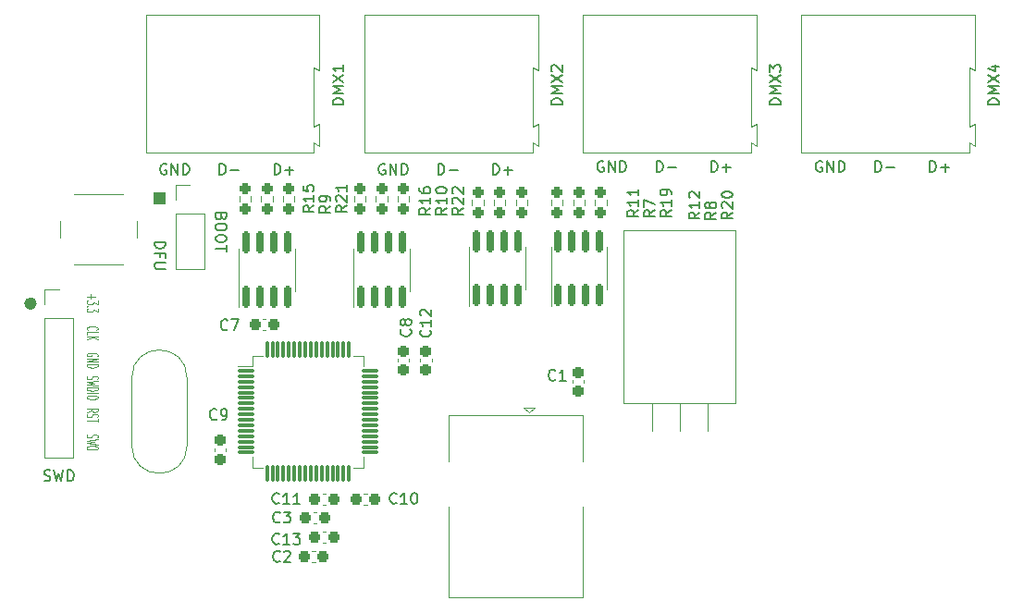
<source format=gto>
G04 #@! TF.GenerationSoftware,KiCad,Pcbnew,(6.0.1)*
G04 #@! TF.CreationDate,2022-08-11T12:27:20+02:00*
G04 #@! TF.ProjectId,DMX,444d582e-6b69-4636-9164-5f7063625858,rev?*
G04 #@! TF.SameCoordinates,Original*
G04 #@! TF.FileFunction,Legend,Top*
G04 #@! TF.FilePolarity,Positive*
%FSLAX46Y46*%
G04 Gerber Fmt 4.6, Leading zero omitted, Abs format (unit mm)*
G04 Created by KiCad (PCBNEW (6.0.1)) date 2022-08-11 12:27:20*
%MOMM*%
%LPD*%
G01*
G04 APERTURE LIST*
G04 Aperture macros list*
%AMRoundRect*
0 Rectangle with rounded corners*
0 $1 Rounding radius*
0 $2 $3 $4 $5 $6 $7 $8 $9 X,Y pos of 4 corners*
0 Add a 4 corners polygon primitive as box body*
4,1,4,$2,$3,$4,$5,$6,$7,$8,$9,$2,$3,0*
0 Add four circle primitives for the rounded corners*
1,1,$1+$1,$2,$3*
1,1,$1+$1,$4,$5*
1,1,$1+$1,$6,$7*
1,1,$1+$1,$8,$9*
0 Add four rect primitives between the rounded corners*
20,1,$1+$1,$2,$3,$4,$5,0*
20,1,$1+$1,$4,$5,$6,$7,0*
20,1,$1+$1,$6,$7,$8,$9,0*
20,1,$1+$1,$8,$9,$2,$3,0*%
G04 Aperture macros list end*
%ADD10C,0.120000*%
%ADD11C,0.555909*%
%ADD12C,0.150000*%
%ADD13C,0.125000*%
%ADD14RoundRect,0.237500X-0.237500X0.250000X-0.237500X-0.250000X0.237500X-0.250000X0.237500X0.250000X0*%
%ADD15RoundRect,0.237500X0.237500X-0.250000X0.237500X0.250000X-0.237500X0.250000X-0.237500X-0.250000X0*%
%ADD16R,1.980000X3.960000*%
%ADD17O,1.980000X3.960000*%
%ADD18RoundRect,0.237500X0.237500X-0.300000X0.237500X0.300000X-0.237500X0.300000X-0.237500X-0.300000X0*%
%ADD19RoundRect,0.237500X-0.300000X-0.237500X0.300000X-0.237500X0.300000X0.237500X-0.300000X0.237500X0*%
%ADD20R,1.700000X1.700000*%
%ADD21O,1.700000X1.700000*%
%ADD22C,3.200000*%
%ADD23C,1.700000*%
%ADD24C,3.500000*%
%ADD25C,2.000000*%
%ADD26RoundRect,0.237500X0.300000X0.237500X-0.300000X0.237500X-0.300000X-0.237500X0.300000X-0.237500X0*%
%ADD27RoundRect,0.150000X0.150000X-0.825000X0.150000X0.825000X-0.150000X0.825000X-0.150000X-0.825000X0*%
%ADD28RoundRect,0.075000X-0.700000X-0.075000X0.700000X-0.075000X0.700000X0.075000X-0.700000X0.075000X0*%
%ADD29RoundRect,0.075000X-0.075000X-0.700000X0.075000X-0.700000X0.075000X0.700000X-0.075000X0.700000X0*%
%ADD30C,1.500000*%
%ADD31RoundRect,0.237500X-0.237500X0.300000X-0.237500X-0.300000X0.237500X-0.300000X0.237500X0.300000X0*%
%ADD32O,3.500000X3.500000*%
%ADD33R,1.905000X2.000000*%
%ADD34O,1.905000X2.000000*%
%ADD35C,7.500000*%
G04 APERTURE END LIST*
D10*
X42902046Y-92400000D02*
X43897955Y-92400000D01*
X43897955Y-92400000D02*
X43897955Y-93400000D01*
X43897955Y-93400000D02*
X42902046Y-93400000D01*
X42902046Y-93400000D02*
X42902046Y-92400000D01*
G36*
X42902046Y-92400000D02*
G01*
X43897955Y-92400000D01*
X43897955Y-93400000D01*
X42902046Y-93400000D01*
X42902046Y-92400000D01*
G37*
D11*
X31877954Y-102600000D02*
G75*
G03*
X31877954Y-102600000I-277954J0D01*
G01*
D12*
X113919047Y-90552380D02*
X113919047Y-89552380D01*
X114157142Y-89552380D01*
X114300000Y-89600000D01*
X114395238Y-89695238D01*
X114442857Y-89790476D01*
X114490476Y-89980952D01*
X114490476Y-90123809D01*
X114442857Y-90314285D01*
X114395238Y-90409523D01*
X114300000Y-90504761D01*
X114157142Y-90552380D01*
X113919047Y-90552380D01*
X114919047Y-90171428D02*
X115680952Y-90171428D01*
X115300000Y-90552380D02*
X115300000Y-89790476D01*
X93919047Y-90552380D02*
X93919047Y-89552380D01*
X94157142Y-89552380D01*
X94300000Y-89600000D01*
X94395238Y-89695238D01*
X94442857Y-89790476D01*
X94490476Y-89980952D01*
X94490476Y-90123809D01*
X94442857Y-90314285D01*
X94395238Y-90409523D01*
X94300000Y-90504761D01*
X94157142Y-90552380D01*
X93919047Y-90552380D01*
X94919047Y-90171428D02*
X95680952Y-90171428D01*
X95300000Y-90552380D02*
X95300000Y-89790476D01*
X48919047Y-90802380D02*
X48919047Y-89802380D01*
X49157142Y-89802380D01*
X49300000Y-89850000D01*
X49395238Y-89945238D01*
X49442857Y-90040476D01*
X49490476Y-90230952D01*
X49490476Y-90373809D01*
X49442857Y-90564285D01*
X49395238Y-90659523D01*
X49300000Y-90754761D01*
X49157142Y-90802380D01*
X48919047Y-90802380D01*
X49919047Y-90421428D02*
X50680952Y-90421428D01*
X53919047Y-90802380D02*
X53919047Y-89802380D01*
X54157142Y-89802380D01*
X54300000Y-89850000D01*
X54395238Y-89945238D01*
X54442857Y-90040476D01*
X54490476Y-90230952D01*
X54490476Y-90373809D01*
X54442857Y-90564285D01*
X54395238Y-90659523D01*
X54300000Y-90754761D01*
X54157142Y-90802380D01*
X53919047Y-90802380D01*
X54919047Y-90421428D02*
X55680952Y-90421428D01*
X55300000Y-90802380D02*
X55300000Y-90040476D01*
D13*
X36795238Y-114609523D02*
X36747619Y-114680952D01*
X36747619Y-114800000D01*
X36795238Y-114847619D01*
X36842857Y-114871428D01*
X36938095Y-114895238D01*
X37033333Y-114895238D01*
X37128571Y-114871428D01*
X37176190Y-114847619D01*
X37223809Y-114800000D01*
X37271428Y-114704761D01*
X37319047Y-114657142D01*
X37366666Y-114633333D01*
X37461904Y-114609523D01*
X37557142Y-114609523D01*
X37652380Y-114633333D01*
X37700000Y-114657142D01*
X37747619Y-114704761D01*
X37747619Y-114823809D01*
X37700000Y-114895238D01*
X37747619Y-115061904D02*
X36747619Y-115180952D01*
X37461904Y-115276190D01*
X36747619Y-115371428D01*
X37747619Y-115490476D01*
X37747619Y-115776190D02*
X37747619Y-115871428D01*
X37700000Y-115919047D01*
X37604761Y-115966666D01*
X37414285Y-115990476D01*
X37080952Y-115990476D01*
X36890476Y-115966666D01*
X36795238Y-115919047D01*
X36747619Y-115871428D01*
X36747619Y-115776190D01*
X36795238Y-115728571D01*
X36890476Y-115680952D01*
X37080952Y-115657142D01*
X37414285Y-115657142D01*
X37604761Y-115680952D01*
X37700000Y-115728571D01*
X37747619Y-115776190D01*
D12*
X104038095Y-89600000D02*
X103942857Y-89552380D01*
X103800000Y-89552380D01*
X103657142Y-89600000D01*
X103561904Y-89695238D01*
X103514285Y-89790476D01*
X103466666Y-89980952D01*
X103466666Y-90123809D01*
X103514285Y-90314285D01*
X103561904Y-90409523D01*
X103657142Y-90504761D01*
X103800000Y-90552380D01*
X103895238Y-90552380D01*
X104038095Y-90504761D01*
X104085714Y-90457142D01*
X104085714Y-90123809D01*
X103895238Y-90123809D01*
X104514285Y-90552380D02*
X104514285Y-89552380D01*
X105085714Y-90552380D01*
X105085714Y-89552380D01*
X105561904Y-90552380D02*
X105561904Y-89552380D01*
X105800000Y-89552380D01*
X105942857Y-89600000D01*
X106038095Y-89695238D01*
X106085714Y-89790476D01*
X106133333Y-89980952D01*
X106133333Y-90123809D01*
X106085714Y-90314285D01*
X106038095Y-90409523D01*
X105942857Y-90504761D01*
X105800000Y-90552380D01*
X105561904Y-90552380D01*
D13*
X36795238Y-109240476D02*
X36747619Y-109311904D01*
X36747619Y-109430952D01*
X36795238Y-109478571D01*
X36842857Y-109502380D01*
X36938095Y-109526190D01*
X37033333Y-109526190D01*
X37128571Y-109502380D01*
X37176190Y-109478571D01*
X37223809Y-109430952D01*
X37271428Y-109335714D01*
X37319047Y-109288095D01*
X37366666Y-109264285D01*
X37461904Y-109240476D01*
X37557142Y-109240476D01*
X37652380Y-109264285D01*
X37700000Y-109288095D01*
X37747619Y-109335714D01*
X37747619Y-109454761D01*
X37700000Y-109526190D01*
X37747619Y-109692857D02*
X36747619Y-109811904D01*
X37461904Y-109907142D01*
X36747619Y-110002380D01*
X37747619Y-110121428D01*
X36747619Y-110311904D02*
X37747619Y-110311904D01*
X37747619Y-110430952D01*
X37700000Y-110502380D01*
X37604761Y-110550000D01*
X37509523Y-110573809D01*
X37319047Y-110597619D01*
X37176190Y-110597619D01*
X36985714Y-110573809D01*
X36890476Y-110550000D01*
X36795238Y-110502380D01*
X36747619Y-110430952D01*
X36747619Y-110311904D01*
X36747619Y-110811904D02*
X37747619Y-110811904D01*
X37747619Y-111145238D02*
X37747619Y-111240476D01*
X37700000Y-111288095D01*
X37604761Y-111335714D01*
X37414285Y-111359523D01*
X37080952Y-111359523D01*
X36890476Y-111335714D01*
X36795238Y-111288095D01*
X36747619Y-111240476D01*
X36747619Y-111145238D01*
X36795238Y-111097619D01*
X36890476Y-111050000D01*
X37080952Y-111026190D01*
X37414285Y-111026190D01*
X37604761Y-111050000D01*
X37700000Y-111097619D01*
X37747619Y-111145238D01*
D12*
X100252380Y-84385714D02*
X99252380Y-84385714D01*
X99252380Y-84147619D01*
X99300000Y-84004761D01*
X99395238Y-83909523D01*
X99490476Y-83861904D01*
X99680952Y-83814285D01*
X99823809Y-83814285D01*
X100014285Y-83861904D01*
X100109523Y-83909523D01*
X100204761Y-84004761D01*
X100252380Y-84147619D01*
X100252380Y-84385714D01*
X100252380Y-83385714D02*
X99252380Y-83385714D01*
X99966666Y-83052380D01*
X99252380Y-82719047D01*
X100252380Y-82719047D01*
X99252380Y-82338095D02*
X100252380Y-81671428D01*
X99252380Y-81671428D02*
X100252380Y-82338095D01*
X99252380Y-81385714D02*
X99252380Y-80766666D01*
X99633333Y-81100000D01*
X99633333Y-80957142D01*
X99680952Y-80861904D01*
X99728571Y-80814285D01*
X99823809Y-80766666D01*
X100061904Y-80766666D01*
X100157142Y-80814285D01*
X100204761Y-80861904D01*
X100252380Y-80957142D01*
X100252380Y-81242857D01*
X100204761Y-81338095D01*
X100157142Y-81385714D01*
X32842857Y-118804761D02*
X32985714Y-118852380D01*
X33223809Y-118852380D01*
X33319047Y-118804761D01*
X33366666Y-118757142D01*
X33414285Y-118661904D01*
X33414285Y-118566666D01*
X33366666Y-118471428D01*
X33319047Y-118423809D01*
X33223809Y-118376190D01*
X33033333Y-118328571D01*
X32938095Y-118280952D01*
X32890476Y-118233333D01*
X32842857Y-118138095D01*
X32842857Y-118042857D01*
X32890476Y-117947619D01*
X32938095Y-117900000D01*
X33033333Y-117852380D01*
X33271428Y-117852380D01*
X33414285Y-117900000D01*
X33747619Y-117852380D02*
X33985714Y-118852380D01*
X34176190Y-118138095D01*
X34366666Y-118852380D01*
X34604761Y-117852380D01*
X34985714Y-118852380D02*
X34985714Y-117852380D01*
X35223809Y-117852380D01*
X35366666Y-117900000D01*
X35461904Y-117995238D01*
X35509523Y-118090476D01*
X35557142Y-118280952D01*
X35557142Y-118423809D01*
X35509523Y-118614285D01*
X35461904Y-118709523D01*
X35366666Y-118804761D01*
X35223809Y-118852380D01*
X34985714Y-118852380D01*
X73919047Y-90802380D02*
X73919047Y-89802380D01*
X74157142Y-89802380D01*
X74300000Y-89850000D01*
X74395238Y-89945238D01*
X74442857Y-90040476D01*
X74490476Y-90230952D01*
X74490476Y-90373809D01*
X74442857Y-90564285D01*
X74395238Y-90659523D01*
X74300000Y-90754761D01*
X74157142Y-90802380D01*
X73919047Y-90802380D01*
X74919047Y-90421428D02*
X75680952Y-90421428D01*
X75300000Y-90802380D02*
X75300000Y-90040476D01*
X68919047Y-90802380D02*
X68919047Y-89802380D01*
X69157142Y-89802380D01*
X69300000Y-89850000D01*
X69395238Y-89945238D01*
X69442857Y-90040476D01*
X69490476Y-90230952D01*
X69490476Y-90373809D01*
X69442857Y-90564285D01*
X69395238Y-90659523D01*
X69300000Y-90754761D01*
X69157142Y-90802380D01*
X68919047Y-90802380D01*
X69919047Y-90421428D02*
X70680952Y-90421428D01*
X88919047Y-90552380D02*
X88919047Y-89552380D01*
X89157142Y-89552380D01*
X89300000Y-89600000D01*
X89395238Y-89695238D01*
X89442857Y-89790476D01*
X89490476Y-89980952D01*
X89490476Y-90123809D01*
X89442857Y-90314285D01*
X89395238Y-90409523D01*
X89300000Y-90504761D01*
X89157142Y-90552380D01*
X88919047Y-90552380D01*
X89919047Y-90171428D02*
X90680952Y-90171428D01*
X108919047Y-90552380D02*
X108919047Y-89552380D01*
X109157142Y-89552380D01*
X109300000Y-89600000D01*
X109395238Y-89695238D01*
X109442857Y-89790476D01*
X109490476Y-89980952D01*
X109490476Y-90123809D01*
X109442857Y-90314285D01*
X109395238Y-90409523D01*
X109300000Y-90504761D01*
X109157142Y-90552380D01*
X108919047Y-90552380D01*
X109919047Y-90171428D02*
X110680952Y-90171428D01*
D13*
X37128571Y-101764285D02*
X37128571Y-102145238D01*
X36747619Y-101954761D02*
X37509523Y-101954761D01*
X37747619Y-102335714D02*
X37747619Y-102645238D01*
X37366666Y-102478571D01*
X37366666Y-102550000D01*
X37319047Y-102597619D01*
X37271428Y-102621428D01*
X37176190Y-102645238D01*
X36938095Y-102645238D01*
X36842857Y-102621428D01*
X36795238Y-102597619D01*
X36747619Y-102550000D01*
X36747619Y-102407142D01*
X36795238Y-102359523D01*
X36842857Y-102335714D01*
X36842857Y-102859523D02*
X36795238Y-102883333D01*
X36747619Y-102859523D01*
X36795238Y-102835714D01*
X36842857Y-102859523D01*
X36747619Y-102859523D01*
X37747619Y-103050000D02*
X37747619Y-103359523D01*
X37366666Y-103192857D01*
X37366666Y-103264285D01*
X37319047Y-103311904D01*
X37271428Y-103335714D01*
X37176190Y-103359523D01*
X36938095Y-103359523D01*
X36842857Y-103335714D01*
X36795238Y-103311904D01*
X36747619Y-103264285D01*
X36747619Y-103121428D01*
X36795238Y-103073809D01*
X36842857Y-103050000D01*
D12*
X44038095Y-89850000D02*
X43942857Y-89802380D01*
X43800000Y-89802380D01*
X43657142Y-89850000D01*
X43561904Y-89945238D01*
X43514285Y-90040476D01*
X43466666Y-90230952D01*
X43466666Y-90373809D01*
X43514285Y-90564285D01*
X43561904Y-90659523D01*
X43657142Y-90754761D01*
X43800000Y-90802380D01*
X43895238Y-90802380D01*
X44038095Y-90754761D01*
X44085714Y-90707142D01*
X44085714Y-90373809D01*
X43895238Y-90373809D01*
X44514285Y-90802380D02*
X44514285Y-89802380D01*
X45085714Y-90802380D01*
X45085714Y-89802380D01*
X45561904Y-90802380D02*
X45561904Y-89802380D01*
X45800000Y-89802380D01*
X45942857Y-89850000D01*
X46038095Y-89945238D01*
X46085714Y-90040476D01*
X46133333Y-90230952D01*
X46133333Y-90373809D01*
X46085714Y-90564285D01*
X46038095Y-90659523D01*
X45942857Y-90754761D01*
X45800000Y-90802380D01*
X45561904Y-90802380D01*
X64038095Y-89850000D02*
X63942857Y-89802380D01*
X63800000Y-89802380D01*
X63657142Y-89850000D01*
X63561904Y-89945238D01*
X63514285Y-90040476D01*
X63466666Y-90230952D01*
X63466666Y-90373809D01*
X63514285Y-90564285D01*
X63561904Y-90659523D01*
X63657142Y-90754761D01*
X63800000Y-90802380D01*
X63895238Y-90802380D01*
X64038095Y-90754761D01*
X64085714Y-90707142D01*
X64085714Y-90373809D01*
X63895238Y-90373809D01*
X64514285Y-90802380D02*
X64514285Y-89802380D01*
X65085714Y-90802380D01*
X65085714Y-89802380D01*
X65561904Y-90802380D02*
X65561904Y-89802380D01*
X65800000Y-89802380D01*
X65942857Y-89850000D01*
X66038095Y-89945238D01*
X66085714Y-90040476D01*
X66133333Y-90230952D01*
X66133333Y-90373809D01*
X66085714Y-90564285D01*
X66038095Y-90659523D01*
X65942857Y-90754761D01*
X65800000Y-90802380D01*
X65561904Y-90802380D01*
X42947619Y-96985714D02*
X43947619Y-96985714D01*
X43947619Y-97223809D01*
X43900000Y-97366666D01*
X43804761Y-97461904D01*
X43709523Y-97509523D01*
X43519047Y-97557142D01*
X43376190Y-97557142D01*
X43185714Y-97509523D01*
X43090476Y-97461904D01*
X42995238Y-97366666D01*
X42947619Y-97223809D01*
X42947619Y-96985714D01*
X43471428Y-98319047D02*
X43471428Y-97985714D01*
X42947619Y-97985714D02*
X43947619Y-97985714D01*
X43947619Y-98461904D01*
X43947619Y-98842857D02*
X43138095Y-98842857D01*
X43042857Y-98890476D01*
X42995238Y-98938095D01*
X42947619Y-99033333D01*
X42947619Y-99223809D01*
X42995238Y-99319047D01*
X43042857Y-99366666D01*
X43138095Y-99414285D01*
X43947619Y-99414285D01*
X120252380Y-84385714D02*
X119252380Y-84385714D01*
X119252380Y-84147619D01*
X119300000Y-84004761D01*
X119395238Y-83909523D01*
X119490476Y-83861904D01*
X119680952Y-83814285D01*
X119823809Y-83814285D01*
X120014285Y-83861904D01*
X120109523Y-83909523D01*
X120204761Y-84004761D01*
X120252380Y-84147619D01*
X120252380Y-84385714D01*
X120252380Y-83385714D02*
X119252380Y-83385714D01*
X119966666Y-83052380D01*
X119252380Y-82719047D01*
X120252380Y-82719047D01*
X119252380Y-82338095D02*
X120252380Y-81671428D01*
X119252380Y-81671428D02*
X120252380Y-82338095D01*
X119585714Y-80861904D02*
X120252380Y-80861904D01*
X119204761Y-81100000D02*
X119919047Y-81338095D01*
X119919047Y-80719047D01*
X84038095Y-89600000D02*
X83942857Y-89552380D01*
X83800000Y-89552380D01*
X83657142Y-89600000D01*
X83561904Y-89695238D01*
X83514285Y-89790476D01*
X83466666Y-89980952D01*
X83466666Y-90123809D01*
X83514285Y-90314285D01*
X83561904Y-90409523D01*
X83657142Y-90504761D01*
X83800000Y-90552380D01*
X83895238Y-90552380D01*
X84038095Y-90504761D01*
X84085714Y-90457142D01*
X84085714Y-90123809D01*
X83895238Y-90123809D01*
X84514285Y-90552380D02*
X84514285Y-89552380D01*
X85085714Y-90552380D01*
X85085714Y-89552380D01*
X85561904Y-90552380D02*
X85561904Y-89552380D01*
X85800000Y-89552380D01*
X85942857Y-89600000D01*
X86038095Y-89695238D01*
X86085714Y-89790476D01*
X86133333Y-89980952D01*
X86133333Y-90123809D01*
X86085714Y-90314285D01*
X86038095Y-90409523D01*
X85942857Y-90504761D01*
X85800000Y-90552380D01*
X85561904Y-90552380D01*
D13*
X37700000Y-107419047D02*
X37747619Y-107371428D01*
X37747619Y-107300000D01*
X37700000Y-107228571D01*
X37604761Y-107180952D01*
X37509523Y-107157142D01*
X37319047Y-107133333D01*
X37176190Y-107133333D01*
X36985714Y-107157142D01*
X36890476Y-107180952D01*
X36795238Y-107228571D01*
X36747619Y-107300000D01*
X36747619Y-107347619D01*
X36795238Y-107419047D01*
X36842857Y-107442857D01*
X37176190Y-107442857D01*
X37176190Y-107347619D01*
X36747619Y-107657142D02*
X37747619Y-107657142D01*
X36747619Y-107942857D01*
X37747619Y-107942857D01*
X36747619Y-108180952D02*
X37747619Y-108180952D01*
X37747619Y-108300000D01*
X37700000Y-108371428D01*
X37604761Y-108419047D01*
X37509523Y-108442857D01*
X37319047Y-108466666D01*
X37176190Y-108466666D01*
X36985714Y-108442857D01*
X36890476Y-108419047D01*
X36795238Y-108371428D01*
X36747619Y-108300000D01*
X36747619Y-108180952D01*
D12*
X80252380Y-84385714D02*
X79252380Y-84385714D01*
X79252380Y-84147619D01*
X79300000Y-84004761D01*
X79395238Y-83909523D01*
X79490476Y-83861904D01*
X79680952Y-83814285D01*
X79823809Y-83814285D01*
X80014285Y-83861904D01*
X80109523Y-83909523D01*
X80204761Y-84004761D01*
X80252380Y-84147619D01*
X80252380Y-84385714D01*
X80252380Y-83385714D02*
X79252380Y-83385714D01*
X79966666Y-83052380D01*
X79252380Y-82719047D01*
X80252380Y-82719047D01*
X79252380Y-82338095D02*
X80252380Y-81671428D01*
X79252380Y-81671428D02*
X80252380Y-82338095D01*
X79347619Y-81338095D02*
X79300000Y-81290476D01*
X79252380Y-81195238D01*
X79252380Y-80957142D01*
X79300000Y-80861904D01*
X79347619Y-80814285D01*
X79442857Y-80766666D01*
X79538095Y-80766666D01*
X79680952Y-80814285D01*
X80252380Y-81385714D01*
X80252380Y-80766666D01*
D13*
X36747619Y-112526190D02*
X37223809Y-112359523D01*
X36747619Y-112240476D02*
X37747619Y-112240476D01*
X37747619Y-112430952D01*
X37700000Y-112478571D01*
X37652380Y-112502380D01*
X37557142Y-112526190D01*
X37414285Y-112526190D01*
X37319047Y-112502380D01*
X37271428Y-112478571D01*
X37223809Y-112430952D01*
X37223809Y-112240476D01*
X36795238Y-112716666D02*
X36747619Y-112788095D01*
X36747619Y-112907142D01*
X36795238Y-112954761D01*
X36842857Y-112978571D01*
X36938095Y-113002380D01*
X37033333Y-113002380D01*
X37128571Y-112978571D01*
X37176190Y-112954761D01*
X37223809Y-112907142D01*
X37271428Y-112811904D01*
X37319047Y-112764285D01*
X37366666Y-112740476D01*
X37461904Y-112716666D01*
X37557142Y-112716666D01*
X37652380Y-112740476D01*
X37700000Y-112764285D01*
X37747619Y-112811904D01*
X37747619Y-112930952D01*
X37700000Y-113002380D01*
X37747619Y-113145238D02*
X37747619Y-113430952D01*
X36747619Y-113288095D02*
X37747619Y-113288095D01*
X36842857Y-105002380D02*
X36795238Y-104978571D01*
X36747619Y-104907142D01*
X36747619Y-104859523D01*
X36795238Y-104788095D01*
X36890476Y-104740476D01*
X36985714Y-104716666D01*
X37176190Y-104692857D01*
X37319047Y-104692857D01*
X37509523Y-104716666D01*
X37604761Y-104740476D01*
X37700000Y-104788095D01*
X37747619Y-104859523D01*
X37747619Y-104907142D01*
X37700000Y-104978571D01*
X37652380Y-105002380D01*
X36747619Y-105454761D02*
X36747619Y-105216666D01*
X37747619Y-105216666D01*
X36747619Y-105621428D02*
X37747619Y-105621428D01*
X36747619Y-105907142D02*
X37319047Y-105692857D01*
X37747619Y-105907142D02*
X37176190Y-105621428D01*
D12*
X49071428Y-94642857D02*
X49023809Y-94785714D01*
X48976190Y-94833333D01*
X48880952Y-94880952D01*
X48738095Y-94880952D01*
X48642857Y-94833333D01*
X48595238Y-94785714D01*
X48547619Y-94690476D01*
X48547619Y-94309523D01*
X49547619Y-94309523D01*
X49547619Y-94642857D01*
X49500000Y-94738095D01*
X49452380Y-94785714D01*
X49357142Y-94833333D01*
X49261904Y-94833333D01*
X49166666Y-94785714D01*
X49119047Y-94738095D01*
X49071428Y-94642857D01*
X49071428Y-94309523D01*
X49547619Y-95500000D02*
X49547619Y-95690476D01*
X49500000Y-95785714D01*
X49404761Y-95880952D01*
X49214285Y-95928571D01*
X48880952Y-95928571D01*
X48690476Y-95880952D01*
X48595238Y-95785714D01*
X48547619Y-95690476D01*
X48547619Y-95500000D01*
X48595238Y-95404761D01*
X48690476Y-95309523D01*
X48880952Y-95261904D01*
X49214285Y-95261904D01*
X49404761Y-95309523D01*
X49500000Y-95404761D01*
X49547619Y-95500000D01*
X49547619Y-96547619D02*
X49547619Y-96738095D01*
X49500000Y-96833333D01*
X49404761Y-96928571D01*
X49214285Y-96976190D01*
X48880952Y-96976190D01*
X48690476Y-96928571D01*
X48595238Y-96833333D01*
X48547619Y-96738095D01*
X48547619Y-96547619D01*
X48595238Y-96452380D01*
X48690476Y-96357142D01*
X48880952Y-96309523D01*
X49214285Y-96309523D01*
X49404761Y-96357142D01*
X49500000Y-96452380D01*
X49547619Y-96547619D01*
X49547619Y-97261904D02*
X49547619Y-97833333D01*
X48547619Y-97547619D02*
X49547619Y-97547619D01*
X60252380Y-84385714D02*
X59252380Y-84385714D01*
X59252380Y-84147619D01*
X59300000Y-84004761D01*
X59395238Y-83909523D01*
X59490476Y-83861904D01*
X59680952Y-83814285D01*
X59823809Y-83814285D01*
X60014285Y-83861904D01*
X60109523Y-83909523D01*
X60204761Y-84004761D01*
X60252380Y-84147619D01*
X60252380Y-84385714D01*
X60252380Y-83385714D02*
X59252380Y-83385714D01*
X59966666Y-83052380D01*
X59252380Y-82719047D01*
X60252380Y-82719047D01*
X59252380Y-82338095D02*
X60252380Y-81671428D01*
X59252380Y-81671428D02*
X60252380Y-82338095D01*
X60252380Y-80766666D02*
X60252380Y-81338095D01*
X60252380Y-81052380D02*
X59252380Y-81052380D01*
X59395238Y-81147619D01*
X59490476Y-81242857D01*
X59538095Y-81338095D01*
X88752380Y-94066666D02*
X88276190Y-94400000D01*
X88752380Y-94638095D02*
X87752380Y-94638095D01*
X87752380Y-94257142D01*
X87800000Y-94161904D01*
X87847619Y-94114285D01*
X87942857Y-94066666D01*
X88085714Y-94066666D01*
X88180952Y-94114285D01*
X88228571Y-94161904D01*
X88276190Y-94257142D01*
X88276190Y-94638095D01*
X87752380Y-93733333D02*
X87752380Y-93066666D01*
X88752380Y-93495238D01*
X68202380Y-93842857D02*
X67726190Y-94176190D01*
X68202380Y-94414285D02*
X67202380Y-94414285D01*
X67202380Y-94033333D01*
X67250000Y-93938095D01*
X67297619Y-93890476D01*
X67392857Y-93842857D01*
X67535714Y-93842857D01*
X67630952Y-93890476D01*
X67678571Y-93938095D01*
X67726190Y-94033333D01*
X67726190Y-94414285D01*
X68202380Y-92890476D02*
X68202380Y-93461904D01*
X68202380Y-93176190D02*
X67202380Y-93176190D01*
X67345238Y-93271428D01*
X67440476Y-93366666D01*
X67488095Y-93461904D01*
X67202380Y-92033333D02*
X67202380Y-92223809D01*
X67250000Y-92319047D01*
X67297619Y-92366666D01*
X67440476Y-92461904D01*
X67630952Y-92509523D01*
X68011904Y-92509523D01*
X68107142Y-92461904D01*
X68154761Y-92414285D01*
X68202380Y-92319047D01*
X68202380Y-92128571D01*
X68154761Y-92033333D01*
X68107142Y-91985714D01*
X68011904Y-91938095D01*
X67773809Y-91938095D01*
X67678571Y-91985714D01*
X67630952Y-92033333D01*
X67583333Y-92128571D01*
X67583333Y-92319047D01*
X67630952Y-92414285D01*
X67678571Y-92461904D01*
X67773809Y-92509523D01*
X66357142Y-104966666D02*
X66404761Y-105014285D01*
X66452380Y-105157142D01*
X66452380Y-105252380D01*
X66404761Y-105395238D01*
X66309523Y-105490476D01*
X66214285Y-105538095D01*
X66023809Y-105585714D01*
X65880952Y-105585714D01*
X65690476Y-105538095D01*
X65595238Y-105490476D01*
X65500000Y-105395238D01*
X65452380Y-105252380D01*
X65452380Y-105157142D01*
X65500000Y-105014285D01*
X65547619Y-104966666D01*
X65880952Y-104395238D02*
X65833333Y-104490476D01*
X65785714Y-104538095D01*
X65690476Y-104585714D01*
X65642857Y-104585714D01*
X65547619Y-104538095D01*
X65500000Y-104490476D01*
X65452380Y-104395238D01*
X65452380Y-104204761D01*
X65500000Y-104109523D01*
X65547619Y-104061904D01*
X65642857Y-104014285D01*
X65690476Y-104014285D01*
X65785714Y-104061904D01*
X65833333Y-104109523D01*
X65880952Y-104204761D01*
X65880952Y-104395238D01*
X65928571Y-104490476D01*
X65976190Y-104538095D01*
X66071428Y-104585714D01*
X66261904Y-104585714D01*
X66357142Y-104538095D01*
X66404761Y-104490476D01*
X66452380Y-104395238D01*
X66452380Y-104204761D01*
X66404761Y-104109523D01*
X66357142Y-104061904D01*
X66261904Y-104014285D01*
X66071428Y-104014285D01*
X65976190Y-104061904D01*
X65928571Y-104109523D01*
X65880952Y-104204761D01*
X54357142Y-120857142D02*
X54309523Y-120904761D01*
X54166666Y-120952380D01*
X54071428Y-120952380D01*
X53928571Y-120904761D01*
X53833333Y-120809523D01*
X53785714Y-120714285D01*
X53738095Y-120523809D01*
X53738095Y-120380952D01*
X53785714Y-120190476D01*
X53833333Y-120095238D01*
X53928571Y-120000000D01*
X54071428Y-119952380D01*
X54166666Y-119952380D01*
X54309523Y-120000000D01*
X54357142Y-120047619D01*
X55309523Y-120952380D02*
X54738095Y-120952380D01*
X55023809Y-120952380D02*
X55023809Y-119952380D01*
X54928571Y-120095238D01*
X54833333Y-120190476D01*
X54738095Y-120238095D01*
X56261904Y-120952380D02*
X55690476Y-120952380D01*
X55976190Y-120952380D02*
X55976190Y-119952380D01*
X55880952Y-120095238D01*
X55785714Y-120190476D01*
X55690476Y-120238095D01*
X71202380Y-93842857D02*
X70726190Y-94176190D01*
X71202380Y-94414285D02*
X70202380Y-94414285D01*
X70202380Y-94033333D01*
X70250000Y-93938095D01*
X70297619Y-93890476D01*
X70392857Y-93842857D01*
X70535714Y-93842857D01*
X70630952Y-93890476D01*
X70678571Y-93938095D01*
X70726190Y-94033333D01*
X70726190Y-94414285D01*
X70297619Y-93461904D02*
X70250000Y-93414285D01*
X70202380Y-93319047D01*
X70202380Y-93080952D01*
X70250000Y-92985714D01*
X70297619Y-92938095D01*
X70392857Y-92890476D01*
X70488095Y-92890476D01*
X70630952Y-92938095D01*
X71202380Y-93509523D01*
X71202380Y-92890476D01*
X70297619Y-92509523D02*
X70250000Y-92461904D01*
X70202380Y-92366666D01*
X70202380Y-92128571D01*
X70250000Y-92033333D01*
X70297619Y-91985714D01*
X70392857Y-91938095D01*
X70488095Y-91938095D01*
X70630952Y-91985714D01*
X71202380Y-92557142D01*
X71202380Y-91938095D01*
X68157142Y-105042857D02*
X68204761Y-105090476D01*
X68252380Y-105233333D01*
X68252380Y-105328571D01*
X68204761Y-105471428D01*
X68109523Y-105566666D01*
X68014285Y-105614285D01*
X67823809Y-105661904D01*
X67680952Y-105661904D01*
X67490476Y-105614285D01*
X67395238Y-105566666D01*
X67300000Y-105471428D01*
X67252380Y-105328571D01*
X67252380Y-105233333D01*
X67300000Y-105090476D01*
X67347619Y-105042857D01*
X68252380Y-104090476D02*
X68252380Y-104661904D01*
X68252380Y-104376190D02*
X67252380Y-104376190D01*
X67395238Y-104471428D01*
X67490476Y-104566666D01*
X67538095Y-104661904D01*
X67347619Y-103709523D02*
X67300000Y-103661904D01*
X67252380Y-103566666D01*
X67252380Y-103328571D01*
X67300000Y-103233333D01*
X67347619Y-103185714D01*
X67442857Y-103138095D01*
X67538095Y-103138095D01*
X67680952Y-103185714D01*
X68252380Y-103757142D01*
X68252380Y-103138095D01*
X94352380Y-94266666D02*
X93876190Y-94600000D01*
X94352380Y-94838095D02*
X93352380Y-94838095D01*
X93352380Y-94457142D01*
X93400000Y-94361904D01*
X93447619Y-94314285D01*
X93542857Y-94266666D01*
X93685714Y-94266666D01*
X93780952Y-94314285D01*
X93828571Y-94361904D01*
X93876190Y-94457142D01*
X93876190Y-94838095D01*
X93780952Y-93695238D02*
X93733333Y-93790476D01*
X93685714Y-93838095D01*
X93590476Y-93885714D01*
X93542857Y-93885714D01*
X93447619Y-93838095D01*
X93400000Y-93790476D01*
X93352380Y-93695238D01*
X93352380Y-93504761D01*
X93400000Y-93409523D01*
X93447619Y-93361904D01*
X93542857Y-93314285D01*
X93590476Y-93314285D01*
X93685714Y-93361904D01*
X93733333Y-93409523D01*
X93780952Y-93504761D01*
X93780952Y-93695238D01*
X93828571Y-93790476D01*
X93876190Y-93838095D01*
X93971428Y-93885714D01*
X94161904Y-93885714D01*
X94257142Y-93838095D01*
X94304761Y-93790476D01*
X94352380Y-93695238D01*
X94352380Y-93504761D01*
X94304761Y-93409523D01*
X94257142Y-93361904D01*
X94161904Y-93314285D01*
X93971428Y-93314285D01*
X93876190Y-93361904D01*
X93828571Y-93409523D01*
X93780952Y-93504761D01*
X49633333Y-104957142D02*
X49585714Y-105004761D01*
X49442857Y-105052380D01*
X49347619Y-105052380D01*
X49204761Y-105004761D01*
X49109523Y-104909523D01*
X49061904Y-104814285D01*
X49014285Y-104623809D01*
X49014285Y-104480952D01*
X49061904Y-104290476D01*
X49109523Y-104195238D01*
X49204761Y-104100000D01*
X49347619Y-104052380D01*
X49442857Y-104052380D01*
X49585714Y-104100000D01*
X49633333Y-104147619D01*
X49966666Y-104052380D02*
X50633333Y-104052380D01*
X50204761Y-105052380D01*
X79633333Y-109557142D02*
X79585714Y-109604761D01*
X79442857Y-109652380D01*
X79347619Y-109652380D01*
X79204761Y-109604761D01*
X79109523Y-109509523D01*
X79061904Y-109414285D01*
X79014285Y-109223809D01*
X79014285Y-109080952D01*
X79061904Y-108890476D01*
X79109523Y-108795238D01*
X79204761Y-108700000D01*
X79347619Y-108652380D01*
X79442857Y-108652380D01*
X79585714Y-108700000D01*
X79633333Y-108747619D01*
X80585714Y-109652380D02*
X80014285Y-109652380D01*
X80300000Y-109652380D02*
X80300000Y-108652380D01*
X80204761Y-108795238D01*
X80109523Y-108890476D01*
X80014285Y-108938095D01*
X65107142Y-120857142D02*
X65059523Y-120904761D01*
X64916666Y-120952380D01*
X64821428Y-120952380D01*
X64678571Y-120904761D01*
X64583333Y-120809523D01*
X64535714Y-120714285D01*
X64488095Y-120523809D01*
X64488095Y-120380952D01*
X64535714Y-120190476D01*
X64583333Y-120095238D01*
X64678571Y-120000000D01*
X64821428Y-119952380D01*
X64916666Y-119952380D01*
X65059523Y-120000000D01*
X65107142Y-120047619D01*
X66059523Y-120952380D02*
X65488095Y-120952380D01*
X65773809Y-120952380D02*
X65773809Y-119952380D01*
X65678571Y-120095238D01*
X65583333Y-120190476D01*
X65488095Y-120238095D01*
X66678571Y-119952380D02*
X66773809Y-119952380D01*
X66869047Y-120000000D01*
X66916666Y-120047619D01*
X66964285Y-120142857D01*
X67011904Y-120333333D01*
X67011904Y-120571428D01*
X66964285Y-120761904D01*
X66916666Y-120857142D01*
X66869047Y-120904761D01*
X66773809Y-120952380D01*
X66678571Y-120952380D01*
X66583333Y-120904761D01*
X66535714Y-120857142D01*
X66488095Y-120761904D01*
X66440476Y-120571428D01*
X66440476Y-120333333D01*
X66488095Y-120142857D01*
X66535714Y-120047619D01*
X66583333Y-120000000D01*
X66678571Y-119952380D01*
X60552380Y-93642857D02*
X60076190Y-93976190D01*
X60552380Y-94214285D02*
X59552380Y-94214285D01*
X59552380Y-93833333D01*
X59600000Y-93738095D01*
X59647619Y-93690476D01*
X59742857Y-93642857D01*
X59885714Y-93642857D01*
X59980952Y-93690476D01*
X60028571Y-93738095D01*
X60076190Y-93833333D01*
X60076190Y-94214285D01*
X59647619Y-93261904D02*
X59600000Y-93214285D01*
X59552380Y-93119047D01*
X59552380Y-92880952D01*
X59600000Y-92785714D01*
X59647619Y-92738095D01*
X59742857Y-92690476D01*
X59838095Y-92690476D01*
X59980952Y-92738095D01*
X60552380Y-93309523D01*
X60552380Y-92690476D01*
X60552380Y-91738095D02*
X60552380Y-92309523D01*
X60552380Y-92023809D02*
X59552380Y-92023809D01*
X59695238Y-92119047D01*
X59790476Y-92214285D01*
X59838095Y-92309523D01*
X54433333Y-122587236D02*
X54385714Y-122634855D01*
X54242857Y-122682474D01*
X54147619Y-122682474D01*
X54004761Y-122634855D01*
X53909523Y-122539617D01*
X53861904Y-122444379D01*
X53814285Y-122253903D01*
X53814285Y-122111046D01*
X53861904Y-121920570D01*
X53909523Y-121825332D01*
X54004761Y-121730094D01*
X54147619Y-121682474D01*
X54242857Y-121682474D01*
X54385714Y-121730094D01*
X54433333Y-121777713D01*
X54766666Y-121682474D02*
X55385714Y-121682474D01*
X55052380Y-122063427D01*
X55195238Y-122063427D01*
X55290476Y-122111046D01*
X55338095Y-122158665D01*
X55385714Y-122253903D01*
X55385714Y-122491998D01*
X55338095Y-122587236D01*
X55290476Y-122634855D01*
X55195238Y-122682474D01*
X54909523Y-122682474D01*
X54814285Y-122634855D01*
X54766666Y-122587236D01*
X69702380Y-93842857D02*
X69226190Y-94176190D01*
X69702380Y-94414285D02*
X68702380Y-94414285D01*
X68702380Y-94033333D01*
X68750000Y-93938095D01*
X68797619Y-93890476D01*
X68892857Y-93842857D01*
X69035714Y-93842857D01*
X69130952Y-93890476D01*
X69178571Y-93938095D01*
X69226190Y-94033333D01*
X69226190Y-94414285D01*
X69702380Y-92890476D02*
X69702380Y-93461904D01*
X69702380Y-93176190D02*
X68702380Y-93176190D01*
X68845238Y-93271428D01*
X68940476Y-93366666D01*
X68988095Y-93461904D01*
X68702380Y-92271428D02*
X68702380Y-92176190D01*
X68750000Y-92080952D01*
X68797619Y-92033333D01*
X68892857Y-91985714D01*
X69083333Y-91938095D01*
X69321428Y-91938095D01*
X69511904Y-91985714D01*
X69607142Y-92033333D01*
X69654761Y-92080952D01*
X69702380Y-92176190D01*
X69702380Y-92271428D01*
X69654761Y-92366666D01*
X69607142Y-92414285D01*
X69511904Y-92461904D01*
X69321428Y-92509523D01*
X69083333Y-92509523D01*
X68892857Y-92461904D01*
X68797619Y-92414285D01*
X68750000Y-92366666D01*
X68702380Y-92271428D01*
X54433333Y-126157142D02*
X54385714Y-126204761D01*
X54242857Y-126252380D01*
X54147619Y-126252380D01*
X54004761Y-126204761D01*
X53909523Y-126109523D01*
X53861904Y-126014285D01*
X53814285Y-125823809D01*
X53814285Y-125680952D01*
X53861904Y-125490476D01*
X53909523Y-125395238D01*
X54004761Y-125300000D01*
X54147619Y-125252380D01*
X54242857Y-125252380D01*
X54385714Y-125300000D01*
X54433333Y-125347619D01*
X54814285Y-125347619D02*
X54861904Y-125300000D01*
X54957142Y-125252380D01*
X55195238Y-125252380D01*
X55290476Y-125300000D01*
X55338095Y-125347619D01*
X55385714Y-125442857D01*
X55385714Y-125538095D01*
X55338095Y-125680952D01*
X54766666Y-126252380D01*
X55385714Y-126252380D01*
X92852380Y-94242857D02*
X92376190Y-94576190D01*
X92852380Y-94814285D02*
X91852380Y-94814285D01*
X91852380Y-94433333D01*
X91900000Y-94338095D01*
X91947619Y-94290476D01*
X92042857Y-94242857D01*
X92185714Y-94242857D01*
X92280952Y-94290476D01*
X92328571Y-94338095D01*
X92376190Y-94433333D01*
X92376190Y-94814285D01*
X92852380Y-93290476D02*
X92852380Y-93861904D01*
X92852380Y-93576190D02*
X91852380Y-93576190D01*
X91995238Y-93671428D01*
X92090476Y-93766666D01*
X92138095Y-93861904D01*
X91947619Y-92909523D02*
X91900000Y-92861904D01*
X91852380Y-92766666D01*
X91852380Y-92528571D01*
X91900000Y-92433333D01*
X91947619Y-92385714D01*
X92042857Y-92338095D01*
X92138095Y-92338095D01*
X92280952Y-92385714D01*
X92852380Y-92957142D01*
X92852380Y-92338095D01*
X95852380Y-94242857D02*
X95376190Y-94576190D01*
X95852380Y-94814285D02*
X94852380Y-94814285D01*
X94852380Y-94433333D01*
X94900000Y-94338095D01*
X94947619Y-94290476D01*
X95042857Y-94242857D01*
X95185714Y-94242857D01*
X95280952Y-94290476D01*
X95328571Y-94338095D01*
X95376190Y-94433333D01*
X95376190Y-94814285D01*
X94947619Y-93861904D02*
X94900000Y-93814285D01*
X94852380Y-93719047D01*
X94852380Y-93480952D01*
X94900000Y-93385714D01*
X94947619Y-93338095D01*
X95042857Y-93290476D01*
X95138095Y-93290476D01*
X95280952Y-93338095D01*
X95852380Y-93909523D01*
X95852380Y-93290476D01*
X94852380Y-92671428D02*
X94852380Y-92576190D01*
X94900000Y-92480952D01*
X94947619Y-92433333D01*
X95042857Y-92385714D01*
X95233333Y-92338095D01*
X95471428Y-92338095D01*
X95661904Y-92385714D01*
X95757142Y-92433333D01*
X95804761Y-92480952D01*
X95852380Y-92576190D01*
X95852380Y-92671428D01*
X95804761Y-92766666D01*
X95757142Y-92814285D01*
X95661904Y-92861904D01*
X95471428Y-92909523D01*
X95233333Y-92909523D01*
X95042857Y-92861904D01*
X94947619Y-92814285D01*
X94900000Y-92766666D01*
X94852380Y-92671428D01*
X87252380Y-94042857D02*
X86776190Y-94376190D01*
X87252380Y-94614285D02*
X86252380Y-94614285D01*
X86252380Y-94233333D01*
X86300000Y-94138095D01*
X86347619Y-94090476D01*
X86442857Y-94042857D01*
X86585714Y-94042857D01*
X86680952Y-94090476D01*
X86728571Y-94138095D01*
X86776190Y-94233333D01*
X86776190Y-94614285D01*
X87252380Y-93090476D02*
X87252380Y-93661904D01*
X87252380Y-93376190D02*
X86252380Y-93376190D01*
X86395238Y-93471428D01*
X86490476Y-93566666D01*
X86538095Y-93661904D01*
X87252380Y-92138095D02*
X87252380Y-92709523D01*
X87252380Y-92423809D02*
X86252380Y-92423809D01*
X86395238Y-92519047D01*
X86490476Y-92614285D01*
X86538095Y-92709523D01*
X57552380Y-93642857D02*
X57076190Y-93976190D01*
X57552380Y-94214285D02*
X56552380Y-94214285D01*
X56552380Y-93833333D01*
X56600000Y-93738095D01*
X56647619Y-93690476D01*
X56742857Y-93642857D01*
X56885714Y-93642857D01*
X56980952Y-93690476D01*
X57028571Y-93738095D01*
X57076190Y-93833333D01*
X57076190Y-94214285D01*
X57552380Y-92690476D02*
X57552380Y-93261904D01*
X57552380Y-92976190D02*
X56552380Y-92976190D01*
X56695238Y-93071428D01*
X56790476Y-93166666D01*
X56838095Y-93261904D01*
X56552380Y-91785714D02*
X56552380Y-92261904D01*
X57028571Y-92309523D01*
X56980952Y-92261904D01*
X56933333Y-92166666D01*
X56933333Y-91928571D01*
X56980952Y-91833333D01*
X57028571Y-91785714D01*
X57123809Y-91738095D01*
X57361904Y-91738095D01*
X57457142Y-91785714D01*
X57504761Y-91833333D01*
X57552380Y-91928571D01*
X57552380Y-92166666D01*
X57504761Y-92261904D01*
X57457142Y-92309523D01*
X48633333Y-113157142D02*
X48585714Y-113204761D01*
X48442857Y-113252380D01*
X48347619Y-113252380D01*
X48204761Y-113204761D01*
X48109523Y-113109523D01*
X48061904Y-113014285D01*
X48014285Y-112823809D01*
X48014285Y-112680952D01*
X48061904Y-112490476D01*
X48109523Y-112395238D01*
X48204761Y-112300000D01*
X48347619Y-112252380D01*
X48442857Y-112252380D01*
X48585714Y-112300000D01*
X48633333Y-112347619D01*
X49109523Y-113252380D02*
X49300000Y-113252380D01*
X49395238Y-113204761D01*
X49442857Y-113157142D01*
X49538095Y-113014285D01*
X49585714Y-112823809D01*
X49585714Y-112442857D01*
X49538095Y-112347619D01*
X49490476Y-112300000D01*
X49395238Y-112252380D01*
X49204761Y-112252380D01*
X49109523Y-112300000D01*
X49061904Y-112347619D01*
X49014285Y-112442857D01*
X49014285Y-112680952D01*
X49061904Y-112776190D01*
X49109523Y-112823809D01*
X49204761Y-112871428D01*
X49395238Y-112871428D01*
X49490476Y-112823809D01*
X49538095Y-112776190D01*
X49585714Y-112680952D01*
X54357142Y-124557142D02*
X54309523Y-124604761D01*
X54166666Y-124652380D01*
X54071428Y-124652380D01*
X53928571Y-124604761D01*
X53833333Y-124509523D01*
X53785714Y-124414285D01*
X53738095Y-124223809D01*
X53738095Y-124080952D01*
X53785714Y-123890476D01*
X53833333Y-123795238D01*
X53928571Y-123700000D01*
X54071428Y-123652380D01*
X54166666Y-123652380D01*
X54309523Y-123700000D01*
X54357142Y-123747619D01*
X55309523Y-124652380D02*
X54738095Y-124652380D01*
X55023809Y-124652380D02*
X55023809Y-123652380D01*
X54928571Y-123795238D01*
X54833333Y-123890476D01*
X54738095Y-123938095D01*
X55642857Y-123652380D02*
X56261904Y-123652380D01*
X55928571Y-124033333D01*
X56071428Y-124033333D01*
X56166666Y-124080952D01*
X56214285Y-124128571D01*
X56261904Y-124223809D01*
X56261904Y-124461904D01*
X56214285Y-124557142D01*
X56166666Y-124604761D01*
X56071428Y-124652380D01*
X55785714Y-124652380D01*
X55690476Y-124604761D01*
X55642857Y-124557142D01*
X90252380Y-94042857D02*
X89776190Y-94376190D01*
X90252380Y-94614285D02*
X89252380Y-94614285D01*
X89252380Y-94233333D01*
X89300000Y-94138095D01*
X89347619Y-94090476D01*
X89442857Y-94042857D01*
X89585714Y-94042857D01*
X89680952Y-94090476D01*
X89728571Y-94138095D01*
X89776190Y-94233333D01*
X89776190Y-94614285D01*
X90252380Y-93090476D02*
X90252380Y-93661904D01*
X90252380Y-93376190D02*
X89252380Y-93376190D01*
X89395238Y-93471428D01*
X89490476Y-93566666D01*
X89538095Y-93661904D01*
X90252380Y-92614285D02*
X90252380Y-92423809D01*
X90204761Y-92328571D01*
X90157142Y-92280952D01*
X90014285Y-92185714D01*
X89823809Y-92138095D01*
X89442857Y-92138095D01*
X89347619Y-92185714D01*
X89300000Y-92233333D01*
X89252380Y-92328571D01*
X89252380Y-92519047D01*
X89300000Y-92614285D01*
X89347619Y-92661904D01*
X89442857Y-92709523D01*
X89680952Y-92709523D01*
X89776190Y-92661904D01*
X89823809Y-92614285D01*
X89871428Y-92519047D01*
X89871428Y-92328571D01*
X89823809Y-92233333D01*
X89776190Y-92185714D01*
X89680952Y-92138095D01*
X59052380Y-93666666D02*
X58576190Y-94000000D01*
X59052380Y-94238095D02*
X58052380Y-94238095D01*
X58052380Y-93857142D01*
X58100000Y-93761904D01*
X58147619Y-93714285D01*
X58242857Y-93666666D01*
X58385714Y-93666666D01*
X58480952Y-93714285D01*
X58528571Y-93761904D01*
X58576190Y-93857142D01*
X58576190Y-94238095D01*
X59052380Y-93190476D02*
X59052380Y-93000000D01*
X59004761Y-92904761D01*
X58957142Y-92857142D01*
X58814285Y-92761904D01*
X58623809Y-92714285D01*
X58242857Y-92714285D01*
X58147619Y-92761904D01*
X58100000Y-92809523D01*
X58052380Y-92904761D01*
X58052380Y-93095238D01*
X58100000Y-93190476D01*
X58147619Y-93238095D01*
X58242857Y-93285714D01*
X58480952Y-93285714D01*
X58576190Y-93238095D01*
X58623809Y-93190476D01*
X58671428Y-93095238D01*
X58671428Y-92904761D01*
X58623809Y-92809523D01*
X58576190Y-92761904D01*
X58480952Y-92714285D01*
D10*
X74027500Y-93095276D02*
X74027500Y-93604724D01*
X75072500Y-93095276D02*
X75072500Y-93604724D01*
X62272500Y-93254724D02*
X62272500Y-92745276D01*
X61227500Y-93254724D02*
X61227500Y-92745276D01*
X118050000Y-81250000D02*
X118050000Y-76200000D01*
X117550000Y-87850000D02*
X118050000Y-88150000D01*
X117550000Y-88800000D02*
X117550000Y-87850000D01*
X102150000Y-88800000D02*
X117550000Y-88800000D01*
X117550000Y-86400000D02*
X117550000Y-81000000D01*
X102150000Y-76200000D02*
X102150000Y-88800000D01*
X117550000Y-81000000D02*
X118050000Y-81250000D01*
X118050000Y-76200000D02*
X102150000Y-76200000D01*
X118050000Y-86150000D02*
X117550000Y-86400000D01*
X118050000Y-88150000D02*
X118050000Y-86150000D01*
X98050000Y-76200000D02*
X82150000Y-76200000D01*
X98050000Y-81250000D02*
X98050000Y-76200000D01*
X82150000Y-76200000D02*
X82150000Y-88800000D01*
X82150000Y-88800000D02*
X97550000Y-88800000D01*
X97550000Y-87850000D02*
X98050000Y-88150000D01*
X98050000Y-86150000D02*
X97550000Y-86400000D01*
X97550000Y-81000000D02*
X98050000Y-81250000D01*
X97550000Y-86400000D02*
X97550000Y-81000000D01*
X97550000Y-88800000D02*
X97550000Y-87850000D01*
X98050000Y-88150000D02*
X98050000Y-86150000D01*
X78050000Y-81250000D02*
X78050000Y-76200000D01*
X77550000Y-86400000D02*
X77550000Y-81000000D01*
X78050000Y-88150000D02*
X78050000Y-86150000D01*
X77550000Y-88800000D02*
X77550000Y-87850000D01*
X77550000Y-81000000D02*
X78050000Y-81250000D01*
X78050000Y-76200000D02*
X62150000Y-76200000D01*
X62150000Y-88800000D02*
X77550000Y-88800000D01*
X78050000Y-86150000D02*
X77550000Y-86400000D01*
X62150000Y-76200000D02*
X62150000Y-88800000D01*
X77550000Y-87850000D02*
X78050000Y-88150000D01*
X65240000Y-107946267D02*
X65240000Y-107653733D01*
X66260000Y-107946267D02*
X66260000Y-107653733D01*
X58353733Y-119990000D02*
X58646267Y-119990000D01*
X58353733Y-121010000D02*
X58646267Y-121010000D01*
X66272500Y-93254724D02*
X66272500Y-92745276D01*
X65227500Y-93254724D02*
X65227500Y-92745276D01*
X35530000Y-103920000D02*
X35530000Y-116680000D01*
X32870000Y-103920000D02*
X35530000Y-103920000D01*
X32870000Y-102650000D02*
X32870000Y-101320000D01*
X32870000Y-103920000D02*
X32870000Y-116680000D01*
X32870000Y-101320000D02*
X34200000Y-101320000D01*
X32870000Y-116680000D02*
X35530000Y-116680000D01*
X58050000Y-76200000D02*
X42150000Y-76200000D01*
X57550000Y-86400000D02*
X57550000Y-81000000D01*
X42150000Y-88800000D02*
X57550000Y-88800000D01*
X42150000Y-76200000D02*
X42150000Y-88800000D01*
X57550000Y-88800000D02*
X57550000Y-87850000D01*
X58050000Y-86150000D02*
X57550000Y-86400000D01*
X58050000Y-81250000D02*
X58050000Y-76200000D01*
X58050000Y-88150000D02*
X58050000Y-86150000D01*
X57550000Y-81000000D02*
X58050000Y-81250000D01*
X57550000Y-87850000D02*
X58050000Y-88150000D01*
X67290000Y-107946267D02*
X67290000Y-107653733D01*
X68310000Y-107946267D02*
X68310000Y-107653733D01*
X76750000Y-112102500D02*
X77250000Y-112602500D01*
X77250000Y-112602500D02*
X77750000Y-112102500D01*
X82160000Y-129542500D02*
X69840000Y-129542500D01*
X77750000Y-112102500D02*
X76750000Y-112102500D01*
X69840000Y-112822500D02*
X69840000Y-117082500D01*
X82160000Y-112822500D02*
X69840000Y-112822500D01*
X82160000Y-117082500D02*
X82160000Y-112822500D01*
X82160000Y-121182500D02*
X82160000Y-129542500D01*
X69840000Y-129542500D02*
X69840000Y-121182500D01*
X82322500Y-93604724D02*
X82322500Y-93095276D01*
X81277500Y-93604724D02*
X81277500Y-93095276D01*
X41300000Y-96550000D02*
X41300000Y-95050000D01*
X35550000Y-99050000D02*
X40050000Y-99050000D01*
X34300000Y-95050000D02*
X34300000Y-96550000D01*
X40050000Y-92550000D02*
X35550000Y-92550000D01*
X53146267Y-105010000D02*
X52853733Y-105010000D01*
X53146267Y-103990000D02*
X52853733Y-103990000D01*
X82260000Y-109896267D02*
X82260000Y-109603733D01*
X81240000Y-109896267D02*
X81240000Y-109603733D01*
X76860000Y-99350000D02*
X76860000Y-97400000D01*
X76860000Y-99350000D02*
X76860000Y-101300000D01*
X71740000Y-99350000D02*
X71740000Y-102800000D01*
X71740000Y-99350000D02*
X71740000Y-97400000D01*
X52840000Y-117610000D02*
X51890000Y-117610000D01*
X62110000Y-107390000D02*
X62110000Y-108340000D01*
X51890000Y-117610000D02*
X51890000Y-116660000D01*
X52840000Y-107390000D02*
X51890000Y-107390000D01*
X51890000Y-108340000D02*
X50550000Y-108340000D01*
X62110000Y-117610000D02*
X62110000Y-116660000D01*
X51890000Y-107390000D02*
X51890000Y-108340000D01*
X61160000Y-107390000D02*
X62110000Y-107390000D01*
X61160000Y-117610000D02*
X62110000Y-117610000D01*
X62103733Y-121010000D02*
X62396267Y-121010000D01*
X62103733Y-119990000D02*
X62396267Y-119990000D01*
X55772500Y-92745276D02*
X55772500Y-93254724D01*
X54727500Y-92745276D02*
X54727500Y-93254724D01*
X57783033Y-122740094D02*
X57490499Y-122740094D01*
X57783033Y-121720094D02*
X57490499Y-121720094D01*
X64272500Y-93254724D02*
X64272500Y-92745276D01*
X63227500Y-93254724D02*
X63227500Y-92745276D01*
X57646267Y-126260000D02*
X57353733Y-126260000D01*
X57646267Y-125240000D02*
X57353733Y-125240000D01*
X79277500Y-93604724D02*
X79277500Y-93095276D01*
X80322500Y-93604724D02*
X80322500Y-93095276D01*
X66310000Y-99500000D02*
X66310000Y-97550000D01*
X61190000Y-99500000D02*
X61190000Y-97550000D01*
X66310000Y-99500000D02*
X66310000Y-101450000D01*
X61190000Y-99500000D02*
X61190000Y-102950000D01*
X45925000Y-109375000D02*
X45925000Y-115625000D01*
X40875000Y-109375000D02*
X40875000Y-115625000D01*
X45925000Y-109375000D02*
G75*
G03*
X40875000Y-109375000I-2525000J0D01*
G01*
X40875000Y-115625000D02*
G75*
G03*
X45925000Y-115625000I2525000J0D01*
G01*
X84322500Y-93095276D02*
X84322500Y-93604724D01*
X83277500Y-93095276D02*
X83277500Y-93604724D01*
X73072500Y-93604724D02*
X73072500Y-93095276D01*
X72027500Y-93604724D02*
X72027500Y-93095276D01*
X51772500Y-93254724D02*
X51772500Y-92745276D01*
X50727500Y-93254724D02*
X50727500Y-92745276D01*
X49510000Y-115853733D02*
X49510000Y-116146267D01*
X48490000Y-115853733D02*
X48490000Y-116146267D01*
X58353733Y-124510000D02*
X58646267Y-124510000D01*
X58353733Y-123490000D02*
X58646267Y-123490000D01*
X77072500Y-93095276D02*
X77072500Y-93604724D01*
X76027500Y-93095276D02*
X76027500Y-93604724D01*
X79240000Y-99350000D02*
X79240000Y-102800000D01*
X84360000Y-99350000D02*
X84360000Y-97400000D01*
X84360000Y-99350000D02*
X84360000Y-101300000D01*
X79240000Y-99350000D02*
X79240000Y-97400000D01*
X50690000Y-99500000D02*
X50690000Y-97550000D01*
X50690000Y-99500000D02*
X50690000Y-102950000D01*
X55810000Y-99500000D02*
X55810000Y-101450000D01*
X55810000Y-99500000D02*
X55810000Y-97550000D01*
X53772500Y-93254724D02*
X53772500Y-92745276D01*
X52727500Y-93254724D02*
X52727500Y-92745276D01*
X88460000Y-111740000D02*
X88460000Y-114280000D01*
X93540000Y-111740000D02*
X93540000Y-114280000D01*
X85880000Y-95850000D02*
X85880000Y-111740000D01*
X85880000Y-111740000D02*
X96120000Y-111740000D01*
X96120000Y-95850000D02*
X96120000Y-111740000D01*
X85880000Y-95850000D02*
X96120000Y-95850000D01*
X91000000Y-111740000D02*
X91000000Y-114280000D01*
X44870000Y-93075000D02*
X44870000Y-91745000D01*
X44870000Y-94345000D02*
X47530000Y-94345000D01*
X44870000Y-91745000D02*
X46200000Y-91745000D01*
X44870000Y-94345000D02*
X44870000Y-99485000D01*
X44870000Y-99485000D02*
X47530000Y-99485000D01*
X47530000Y-94345000D02*
X47530000Y-99485000D01*
%LPC*%
D14*
X74550000Y-92437500D03*
X74550000Y-94262500D03*
D15*
X61750000Y-93912500D03*
X61750000Y-92087500D03*
D16*
X104800000Y-82500000D03*
D17*
X109800000Y-82500000D03*
X114800000Y-82500000D03*
D16*
X84800000Y-82500000D03*
D17*
X89800000Y-82500000D03*
X94800000Y-82500000D03*
D16*
X64800000Y-82500000D03*
D17*
X69800000Y-82500000D03*
X74800000Y-82500000D03*
D18*
X65750000Y-108662500D03*
X65750000Y-106937500D03*
D19*
X57637500Y-120500000D03*
X59362500Y-120500000D03*
D15*
X65750000Y-93912500D03*
X65750000Y-92087500D03*
D20*
X34200000Y-102650000D03*
D21*
X34200000Y-105190000D03*
X34200000Y-107730000D03*
X34200000Y-110270000D03*
X34200000Y-112810000D03*
X34200000Y-115350000D03*
D16*
X44800000Y-82500000D03*
D17*
X49800000Y-82500000D03*
X54800000Y-82500000D03*
D18*
X67800000Y-108662500D03*
X67800000Y-106937500D03*
D22*
X36800000Y-123200000D03*
D20*
X77250000Y-114422500D03*
D23*
X74750000Y-114422500D03*
X74750000Y-116422500D03*
X77250000Y-116422500D03*
D24*
X82020000Y-119132500D03*
X69980000Y-119132500D03*
D15*
X81800000Y-94262500D03*
X81800000Y-92437500D03*
D25*
X34550000Y-93550000D03*
X41050000Y-93550000D03*
X34550000Y-98050000D03*
X41050000Y-98050000D03*
D26*
X53862500Y-104500000D03*
X52137500Y-104500000D03*
D18*
X81750000Y-110612500D03*
X81750000Y-108887500D03*
D27*
X72395000Y-101825000D03*
X73665000Y-101825000D03*
X74935000Y-101825000D03*
X76205000Y-101825000D03*
X76205000Y-96875000D03*
X74935000Y-96875000D03*
X73665000Y-96875000D03*
X72395000Y-96875000D03*
D22*
X90800000Y-123200000D03*
D28*
X51325000Y-108750000D03*
X51325000Y-109250000D03*
X51325000Y-109750000D03*
X51325000Y-110250000D03*
X51325000Y-110750000D03*
X51325000Y-111250000D03*
X51325000Y-111750000D03*
X51325000Y-112250000D03*
X51325000Y-112750000D03*
X51325000Y-113250000D03*
X51325000Y-113750000D03*
X51325000Y-114250000D03*
X51325000Y-114750000D03*
X51325000Y-115250000D03*
X51325000Y-115750000D03*
X51325000Y-116250000D03*
D29*
X53250000Y-118175000D03*
X53750000Y-118175000D03*
X54250000Y-118175000D03*
X54750000Y-118175000D03*
X55250000Y-118175000D03*
X55750000Y-118175000D03*
X56250000Y-118175000D03*
X56750000Y-118175000D03*
X57250000Y-118175000D03*
X57750000Y-118175000D03*
X58250000Y-118175000D03*
X58750000Y-118175000D03*
X59250000Y-118175000D03*
X59750000Y-118175000D03*
X60250000Y-118175000D03*
X60750000Y-118175000D03*
D28*
X62675000Y-116250000D03*
X62675000Y-115750000D03*
X62675000Y-115250000D03*
X62675000Y-114750000D03*
X62675000Y-114250000D03*
X62675000Y-113750000D03*
X62675000Y-113250000D03*
X62675000Y-112750000D03*
X62675000Y-112250000D03*
X62675000Y-111750000D03*
X62675000Y-111250000D03*
X62675000Y-110750000D03*
X62675000Y-110250000D03*
X62675000Y-109750000D03*
X62675000Y-109250000D03*
X62675000Y-108750000D03*
D29*
X60750000Y-106825000D03*
X60250000Y-106825000D03*
X59750000Y-106825000D03*
X59250000Y-106825000D03*
X58750000Y-106825000D03*
X58250000Y-106825000D03*
X57750000Y-106825000D03*
X57250000Y-106825000D03*
X56750000Y-106825000D03*
X56250000Y-106825000D03*
X55750000Y-106825000D03*
X55250000Y-106825000D03*
X54750000Y-106825000D03*
X54250000Y-106825000D03*
X53750000Y-106825000D03*
X53250000Y-106825000D03*
D19*
X61387500Y-120500000D03*
X63112500Y-120500000D03*
D14*
X55250000Y-92087500D03*
X55250000Y-93912500D03*
D26*
X58499266Y-122230094D03*
X56774266Y-122230094D03*
D15*
X63750000Y-93912500D03*
X63750000Y-92087500D03*
D26*
X58362500Y-125750000D03*
X56637500Y-125750000D03*
D15*
X79800000Y-94262500D03*
X79800000Y-92437500D03*
D27*
X61845000Y-101975000D03*
X63115000Y-101975000D03*
X64385000Y-101975000D03*
X65655000Y-101975000D03*
X65655000Y-97025000D03*
X64385000Y-97025000D03*
X63115000Y-97025000D03*
X61845000Y-97025000D03*
D30*
X43400000Y-110050000D03*
X43400000Y-114950000D03*
D14*
X83800000Y-92437500D03*
X83800000Y-94262500D03*
D15*
X72550000Y-94262500D03*
X72550000Y-92437500D03*
X51250000Y-93912500D03*
X51250000Y-92087500D03*
D31*
X49000000Y-115137500D03*
X49000000Y-116862500D03*
D19*
X57637500Y-124000000D03*
X59362500Y-124000000D03*
D14*
X76550000Y-92437500D03*
X76550000Y-94262500D03*
D27*
X79895000Y-101825000D03*
X81165000Y-101825000D03*
X82435000Y-101825000D03*
X83705000Y-101825000D03*
X83705000Y-96875000D03*
X82435000Y-96875000D03*
X81165000Y-96875000D03*
X79895000Y-96875000D03*
X51345000Y-101975000D03*
X52615000Y-101975000D03*
X53885000Y-101975000D03*
X55155000Y-101975000D03*
X55155000Y-97025000D03*
X53885000Y-97025000D03*
X52615000Y-97025000D03*
X51345000Y-97025000D03*
D15*
X53250000Y-93912500D03*
X53250000Y-92087500D03*
D32*
X91000000Y-98770000D03*
D33*
X88460000Y-115430000D03*
D34*
X91000000Y-115430000D03*
X93540000Y-115430000D03*
D20*
X46200000Y-93075000D03*
D21*
X46200000Y-95615000D03*
X46200000Y-98155000D03*
D22*
X124000000Y-82600000D03*
D35*
X36400000Y-82400000D03*
M02*

</source>
